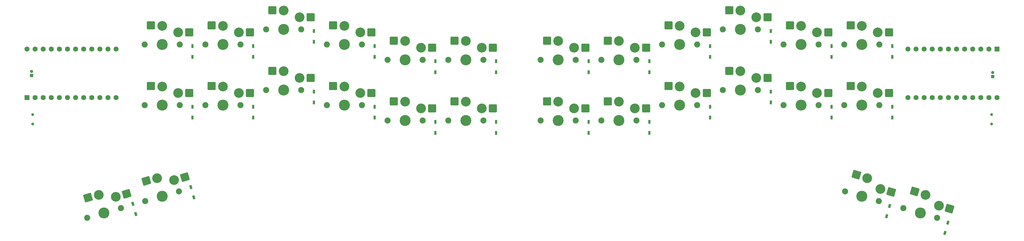
<source format=gbr>
%TF.GenerationSoftware,KiCad,Pcbnew,8.0.0*%
%TF.CreationDate,2024-03-10T10:49:14-04:00*%
%TF.ProjectId,Kiwi MKIII,4b697769-204d-44b4-9949-492e6b696361,rev?*%
%TF.SameCoordinates,Original*%
%TF.FileFunction,Soldermask,Bot*%
%TF.FilePolarity,Negative*%
%FSLAX46Y46*%
G04 Gerber Fmt 4.6, Leading zero omitted, Abs format (unit mm)*
G04 Created by KiCad (PCBNEW 8.0.0) date 2024-03-10 10:49:14*
%MOMM*%
%LPD*%
G01*
G04 APERTURE LIST*
G04 Aperture macros list*
%AMRoundRect*
0 Rectangle with rounded corners*
0 $1 Rounding radius*
0 $2 $3 $4 $5 $6 $7 $8 $9 X,Y pos of 4 corners*
0 Add a 4 corners polygon primitive as box body*
4,1,4,$2,$3,$4,$5,$6,$7,$8,$9,$2,$3,0*
0 Add four circle primitives for the rounded corners*
1,1,$1+$1,$2,$3*
1,1,$1+$1,$4,$5*
1,1,$1+$1,$6,$7*
1,1,$1+$1,$8,$9*
0 Add four rect primitives between the rounded corners*
20,1,$1+$1,$2,$3,$4,$5,0*
20,1,$1+$1,$4,$5,$6,$7,0*
20,1,$1+$1,$6,$7,$8,$9,0*
20,1,$1+$1,$8,$9,$2,$3,0*%
%AMRotRect*
0 Rectangle, with rotation*
0 The origin of the aperture is its center*
0 $1 length*
0 $2 width*
0 $3 Rotation angle, in degrees counterclockwise*
0 Add horizontal line*
21,1,$1,$2,0,0,$3*%
G04 Aperture macros list end*
%ADD10C,1.900000*%
%ADD11C,3.050000*%
%ADD12C,3.450000*%
%ADD13RoundRect,0.250000X-1.025000X-1.000000X1.025000X-1.000000X1.025000X1.000000X-1.025000X1.000000X0*%
%ADD14C,0.900000*%
%ADD15R,1.000000X1.000000*%
%ADD16O,1.000000X1.000000*%
%ADD17RoundRect,0.250000X-1.260931X-0.678733X0.709656X-1.243790X1.260931X0.678733X-0.709656X1.243790X0*%
%ADD18RoundRect,0.250000X-0.709656X-1.243790X1.260931X-0.678733X0.709656X1.243790X-1.260931X0.678733X0*%
%ADD19R,1.600000X1.600000*%
%ADD20C,1.600000*%
%ADD21R,0.750000X1.200000*%
%ADD22RotRect,0.750000X1.200000X16.000000*%
%ADD23RotRect,0.750000X1.200000X344.000000*%
%ADD24RotRect,0.750000X1.200000X164.000000*%
G04 APERTURE END LIST*
D10*
%TO.C,SW203*%
X256129300Y-117492700D03*
D11*
X261629300Y-111592700D03*
D12*
X261629300Y-117492700D03*
D11*
X266629300Y-113692700D03*
D10*
X267129300Y-117492700D03*
D13*
X258129300Y-111492700D03*
X270129300Y-113692700D03*
%TD*%
D10*
%TO.C,SW209*%
X256129300Y-136542700D03*
D11*
X261629300Y-130642700D03*
D12*
X261629300Y-136542700D03*
D11*
X266629300Y-132742700D03*
D10*
X267129300Y-136542700D03*
D13*
X258129300Y-130542700D03*
X270129300Y-132742700D03*
%TD*%
D10*
%TO.C,SW310*%
X131879300Y-131780200D03*
D11*
X137379300Y-125880200D03*
D12*
X137379300Y-131780200D03*
D11*
X142379300Y-127980200D03*
D10*
X142879300Y-131780200D03*
D13*
X133879300Y-125780200D03*
X145879300Y-127980200D03*
%TD*%
D10*
%TO.C,SW303*%
X150929300Y-117492700D03*
D11*
X156429300Y-111592700D03*
D12*
X156429300Y-117492700D03*
D11*
X161429300Y-113692700D03*
D10*
X161929300Y-117492700D03*
D13*
X152929300Y-111492700D03*
X164929300Y-113692700D03*
%TD*%
D10*
%TO.C,SW201*%
X218029300Y-122255200D03*
D11*
X223529300Y-116355200D03*
D12*
X223529300Y-122255200D03*
D11*
X228529300Y-118455200D03*
D10*
X229029300Y-122255200D03*
D13*
X220029300Y-116255200D03*
X232029300Y-118455200D03*
%TD*%
D10*
%TO.C,SW207*%
X218029300Y-141305200D03*
D11*
X223529300Y-135405200D03*
D12*
X223529300Y-141305200D03*
D11*
X228529300Y-137505200D03*
D10*
X229029300Y-141305200D03*
D13*
X220029300Y-135305200D03*
X232029300Y-137505200D03*
%TD*%
D10*
%TO.C,SW208*%
X237079300Y-141305200D03*
D11*
X242579300Y-135405200D03*
D12*
X242579300Y-141305200D03*
D11*
X247579300Y-137505200D03*
D10*
X248079300Y-141305200D03*
D13*
X239079300Y-135305200D03*
X251079300Y-137505200D03*
%TD*%
D10*
%TO.C,SW302*%
X169979300Y-122255200D03*
D11*
X175479300Y-116355200D03*
D12*
X175479300Y-122255200D03*
D11*
X180479300Y-118455200D03*
D10*
X180979300Y-122255200D03*
D13*
X171979300Y-116255200D03*
X183979300Y-118455200D03*
%TD*%
D10*
%TO.C,SW212*%
X313279300Y-136542700D03*
D11*
X318779300Y-130642700D03*
D12*
X318779300Y-136542700D03*
D11*
X323779300Y-132742700D03*
D10*
X324279300Y-136542700D03*
D13*
X315279300Y-130542700D03*
X327279300Y-132742700D03*
%TD*%
D10*
%TO.C,SW305*%
X112829300Y-117492700D03*
D11*
X118329300Y-111592700D03*
D12*
X118329300Y-117492700D03*
D11*
X123329300Y-113692700D03*
D10*
X123829300Y-117492700D03*
D13*
X114829300Y-111492700D03*
X126829300Y-113692700D03*
%TD*%
D14*
%TO.C,SW315*%
X58624293Y-139480200D03*
X58624293Y-142480200D03*
%TD*%
D10*
%TO.C,SW206*%
X313279300Y-117492700D03*
D11*
X318779300Y-111592700D03*
D12*
X318779300Y-117492700D03*
D11*
X323779300Y-113692700D03*
D10*
X324279300Y-117492700D03*
D13*
X315279300Y-111492700D03*
X327279300Y-113692700D03*
%TD*%
D10*
%TO.C,SW304*%
X131879300Y-112730200D03*
D11*
X137379300Y-106830200D03*
D12*
X137379300Y-112730200D03*
D11*
X142379300Y-108930200D03*
D10*
X142879300Y-112730200D03*
D13*
X133879300Y-106730200D03*
X145879300Y-108930200D03*
%TD*%
D10*
%TO.C,SW309*%
X150929300Y-136542700D03*
D11*
X156429300Y-130642700D03*
D12*
X156429300Y-136542700D03*
D11*
X161429300Y-132742700D03*
D10*
X161929300Y-136542700D03*
D13*
X152929300Y-130542700D03*
X164929300Y-132742700D03*
%TD*%
D14*
%TO.C,SW215*%
X359434307Y-142480200D03*
X359434307Y-139480200D03*
%TD*%
D10*
%TO.C,SW202*%
X237079300Y-122255200D03*
D11*
X242579300Y-116355200D03*
D12*
X242579300Y-122255200D03*
D11*
X247579300Y-118455200D03*
D10*
X248079300Y-122255200D03*
D13*
X239079300Y-116255200D03*
X251079300Y-118455200D03*
%TD*%
D10*
%TO.C,SW307*%
X189029300Y-141305200D03*
D11*
X194529300Y-135405200D03*
D12*
X194529300Y-141305200D03*
D11*
X199529300Y-137505200D03*
D10*
X200029300Y-141305200D03*
D13*
X191029300Y-135305200D03*
X203029300Y-137505200D03*
%TD*%
D10*
%TO.C,SW311*%
X112829300Y-136542700D03*
D11*
X118329300Y-130642700D03*
D12*
X118329300Y-136542700D03*
D11*
X123329300Y-132742700D03*
D10*
X123829300Y-136542700D03*
D13*
X114829300Y-130542700D03*
X126829300Y-132742700D03*
%TD*%
D15*
%TO.C,BT201*%
X359779300Y-127542700D03*
D16*
X359779300Y-126272700D03*
%TD*%
D10*
%TO.C,SW205*%
X294229300Y-117492700D03*
D11*
X299729300Y-111592700D03*
D12*
X299729300Y-117492700D03*
D11*
X304729300Y-113692700D03*
D10*
X305229300Y-117492700D03*
D13*
X296229300Y-111492700D03*
X308229300Y-113692700D03*
%TD*%
D10*
%TO.C,SW214*%
X331804396Y-168838804D03*
D11*
X338717595Y-164683365D03*
D12*
X337091335Y-170354809D03*
D11*
X342945064Y-168080201D03*
D10*
X342378274Y-171870814D03*
D17*
X335380743Y-163622508D03*
X346309481Y-169044932D03*
%TD*%
D10*
%TO.C,SW313*%
X93992361Y-166633705D03*
D11*
X97653040Y-159446256D03*
D12*
X99279300Y-165117700D03*
D11*
X103038187Y-160086719D03*
D10*
X104566239Y-163601695D03*
D18*
X94261060Y-160314861D03*
X106402602Y-159121988D03*
%TD*%
D10*
%TO.C,SW308*%
X169979300Y-141305200D03*
D11*
X175479300Y-135405200D03*
D12*
X175479300Y-141305200D03*
D11*
X180479300Y-137505200D03*
D10*
X180979300Y-141305200D03*
D13*
X171979300Y-135305200D03*
X183979300Y-137505200D03*
%TD*%
D19*
%TO.C,U301*%
X56859300Y-134162700D03*
D20*
X59399300Y-134162700D03*
X61939300Y-134162700D03*
X64479300Y-134162700D03*
X67019300Y-134162700D03*
X69559300Y-134162700D03*
X72099300Y-134162700D03*
X74639300Y-134162700D03*
X77179300Y-134162700D03*
X79719300Y-134162700D03*
X82259300Y-134162700D03*
X84799300Y-134162700D03*
X84799300Y-118922700D03*
X82259300Y-118922700D03*
X79719300Y-118922700D03*
X77179300Y-118922700D03*
X74639300Y-118922700D03*
X72099300Y-118922700D03*
X69559300Y-118922700D03*
X67019300Y-118922700D03*
X64479300Y-118922700D03*
X61939300Y-118922700D03*
X59399300Y-118922700D03*
X56859300Y-118922700D03*
%TD*%
D10*
%TO.C,SW211*%
X294229300Y-136542700D03*
D11*
X299729300Y-130642700D03*
D12*
X299729300Y-136542700D03*
D11*
X304729300Y-132742700D03*
D10*
X305229300Y-136542700D03*
D13*
X296229300Y-130542700D03*
X308229300Y-132742700D03*
%TD*%
D10*
%TO.C,SW312*%
X93779300Y-136542700D03*
D11*
X99279300Y-130642700D03*
D12*
X99279300Y-136542700D03*
D11*
X104279300Y-132742700D03*
D10*
X104779300Y-136542700D03*
D13*
X95779300Y-130542700D03*
X107779300Y-132742700D03*
%TD*%
D10*
%TO.C,SW210*%
X275179300Y-131780200D03*
D11*
X280679300Y-125880200D03*
D12*
X280679300Y-131780200D03*
D11*
X285679300Y-127980200D03*
D10*
X286179300Y-131780200D03*
D13*
X277179300Y-125780200D03*
X289179300Y-127980200D03*
%TD*%
D15*
%TO.C,BT301*%
X58279293Y-127167700D03*
D16*
X58279293Y-125897700D03*
%TD*%
D10*
%TO.C,SW314*%
X75728389Y-171870815D03*
D11*
X79389068Y-164683366D03*
D12*
X81015328Y-170354810D03*
D11*
X84774215Y-165323829D03*
D10*
X86302267Y-168838805D03*
D18*
X75997088Y-165551971D03*
X88138630Y-164359098D03*
%TD*%
D10*
%TO.C,SW213*%
X313492361Y-163601695D03*
D11*
X320405560Y-159446256D03*
D12*
X318779300Y-165117700D03*
D11*
X324633029Y-162843092D03*
D10*
X324066239Y-166633705D03*
D17*
X317068708Y-158385399D03*
X327997446Y-163807823D03*
%TD*%
D10*
%TO.C,SW301*%
X189029300Y-122255200D03*
D11*
X194529300Y-116355200D03*
D12*
X194529300Y-122255200D03*
D11*
X199529300Y-118455200D03*
D10*
X200029300Y-122255200D03*
D13*
X191029300Y-116255200D03*
X203029300Y-118455200D03*
%TD*%
D19*
%TO.C,U201*%
X361199300Y-118922700D03*
D20*
X358659300Y-118922700D03*
X356119300Y-118922700D03*
X353579300Y-118922700D03*
X351039300Y-118922700D03*
X348499300Y-118922700D03*
X345959300Y-118922700D03*
X343419300Y-118922700D03*
X340879300Y-118922700D03*
X338339300Y-118922700D03*
X335799300Y-118922700D03*
X333259300Y-118922700D03*
X333259300Y-134162700D03*
X335799300Y-134162700D03*
X338339300Y-134162700D03*
X340879300Y-134162700D03*
X343419300Y-134162700D03*
X345959300Y-134162700D03*
X348499300Y-134162700D03*
X351039300Y-134162700D03*
X353579300Y-134162700D03*
X356119300Y-134162700D03*
X358659300Y-134162700D03*
X361199300Y-134162700D03*
%TD*%
D10*
%TO.C,SW204*%
X275179300Y-112730200D03*
D11*
X280679300Y-106830200D03*
D12*
X280679300Y-112730200D03*
D11*
X285679300Y-108930200D03*
D10*
X286179300Y-112730200D03*
D13*
X277179300Y-106730200D03*
X289179300Y-108930200D03*
%TD*%
D10*
%TO.C,SW306*%
X93779300Y-117492700D03*
D11*
X99279300Y-111592700D03*
D12*
X99279300Y-117492700D03*
D11*
X104279300Y-113692700D03*
D10*
X104779300Y-117492700D03*
D13*
X95779300Y-111492700D03*
X107779300Y-113692700D03*
%TD*%
D21*
%TO.C,D208*%
X252079300Y-145205200D03*
X252079300Y-141805200D03*
%TD*%
%TO.C,D206*%
X328279300Y-121392700D03*
X328279300Y-117992700D03*
%TD*%
%TO.C,D309*%
X165929300Y-140442700D03*
X165929300Y-137042700D03*
%TD*%
%TO.C,D301*%
X204029300Y-126155200D03*
X204029300Y-122755200D03*
%TD*%
%TO.C,D310*%
X146879300Y-135680200D03*
X146879300Y-132280200D03*
%TD*%
%TO.C,D312*%
X108779300Y-140442700D03*
X108779300Y-137042700D03*
%TD*%
%TO.C,D211*%
X309229300Y-140442700D03*
X309229300Y-137042700D03*
%TD*%
%TO.C,D201*%
X233029300Y-126155200D03*
X233029300Y-122755200D03*
%TD*%
%TO.C,D203*%
X271129300Y-121392700D03*
X271129300Y-117992700D03*
%TD*%
D22*
%TO.C,D314*%
X90983912Y-170738955D03*
X90046744Y-167470665D03*
%TD*%
D21*
%TO.C,D304*%
X146879300Y-116630200D03*
X146879300Y-113230200D03*
%TD*%
%TO.C,D202*%
X252079300Y-126155200D03*
X252079300Y-122755200D03*
%TD*%
%TO.C,D305*%
X127829300Y-121392700D03*
X127829300Y-117992700D03*
%TD*%
%TO.C,D205*%
X309229300Y-121392700D03*
X309229300Y-117992700D03*
%TD*%
%TO.C,D303*%
X165929300Y-121392700D03*
X165929300Y-117992700D03*
%TD*%
D22*
%TO.C,D313*%
X109183912Y-165488955D03*
X108246744Y-162220665D03*
%TD*%
D21*
%TO.C,D207*%
X233029300Y-145205200D03*
X233029300Y-141805200D03*
%TD*%
%TO.C,D311*%
X127829300Y-140442700D03*
X127829300Y-137042700D03*
%TD*%
%TO.C,D302*%
X184979300Y-126155200D03*
X184979300Y-122755200D03*
%TD*%
%TO.C,D307*%
X204029300Y-145205200D03*
X204029300Y-141805200D03*
%TD*%
%TO.C,D209*%
X271129300Y-140442700D03*
X271129300Y-137042700D03*
%TD*%
D23*
%TO.C,D213*%
X326528862Y-171441968D03*
X327466030Y-168173678D03*
%TD*%
D21*
%TO.C,D306*%
X108779300Y-121392700D03*
X108779300Y-117992700D03*
%TD*%
%TO.C,D210*%
X290179300Y-135680200D03*
X290179300Y-132280200D03*
%TD*%
D23*
%TO.C,D214*%
X344840897Y-176679077D03*
D24*
X345778065Y-173410787D03*
%TD*%
D21*
%TO.C,D308*%
X184979300Y-145205200D03*
X184979300Y-141805200D03*
%TD*%
%TO.C,D212*%
X328279300Y-140442700D03*
X328279300Y-137042700D03*
%TD*%
%TO.C,D204*%
X290179300Y-116630200D03*
X290179300Y-113230200D03*
%TD*%
M02*

</source>
